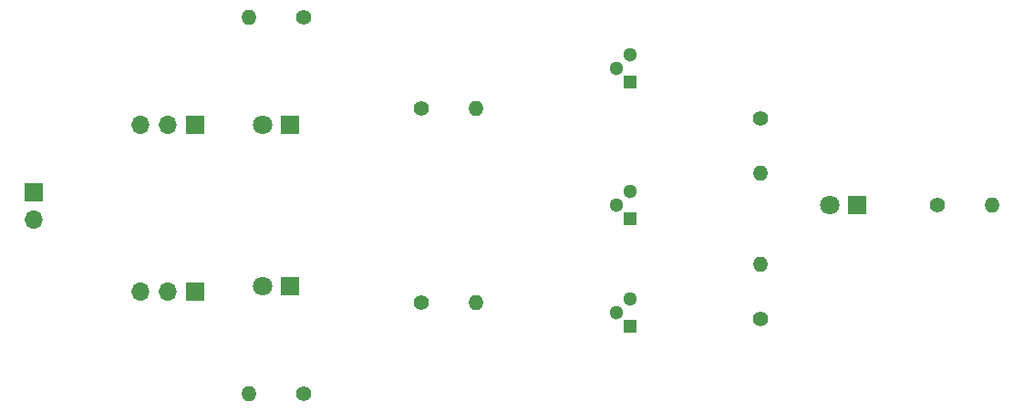
<source format=gbr>
%TF.GenerationSoftware,KiCad,Pcbnew,7.0.7*%
%TF.CreationDate,2023-11-14T16:40:55-05:00*%
%TF.ProjectId,TEJ4M-Unit-1-04,54454a34-4d2d-4556-9e69-742d312d3034,rev?*%
%TF.SameCoordinates,Original*%
%TF.FileFunction,Soldermask,Bot*%
%TF.FilePolarity,Negative*%
%FSLAX46Y46*%
G04 Gerber Fmt 4.6, Leading zero omitted, Abs format (unit mm)*
G04 Created by KiCad (PCBNEW 7.0.7) date 2023-11-14 16:40:55*
%MOMM*%
%LPD*%
G01*
G04 APERTURE LIST*
%ADD10C,1.400000*%
%ADD11O,1.400000X1.400000*%
%ADD12R,1.300000X1.300000*%
%ADD13C,1.300000*%
%ADD14R,1.800000X1.800000*%
%ADD15C,1.800000*%
%ADD16R,1.700000X1.700000*%
%ADD17O,1.700000X1.700000*%
G04 APERTURE END LIST*
D10*
%TO.C,R7*%
X138960000Y-74960000D03*
D11*
X144040000Y-74960000D03*
%TD*%
D10*
%TO.C,R1*%
X80040000Y-92460000D03*
D11*
X74960000Y-92460000D03*
%TD*%
D10*
%TO.C,R5*%
X122500000Y-85500000D03*
D11*
X122500000Y-80420000D03*
%TD*%
D12*
%TO.C,Q2*%
X110360000Y-76230000D03*
D13*
X109090000Y-74960000D03*
X110360000Y-73690000D03*
%TD*%
D14*
%TO.C,D1*%
X78775000Y-82460000D03*
D15*
X76235000Y-82460000D03*
%TD*%
D12*
%TO.C,Q3*%
X110360000Y-63500000D03*
D13*
X109090000Y-62230000D03*
X110360000Y-60960000D03*
%TD*%
D16*
%TO.C,J2*%
X70025000Y-67485000D03*
D17*
X67485000Y-67485000D03*
X64945000Y-67485000D03*
%TD*%
D16*
%TO.C,J1*%
X70025000Y-82985000D03*
D17*
X67485000Y-82985000D03*
X64945000Y-82985000D03*
%TD*%
D10*
%TO.C,R2*%
X80080000Y-57460000D03*
D11*
X75000000Y-57460000D03*
%TD*%
D10*
%TO.C,R6*%
X122500000Y-66920000D03*
D11*
X122500000Y-72000000D03*
%TD*%
D14*
%TO.C,D7*%
X131500000Y-74960000D03*
D15*
X128960000Y-74960000D03*
%TD*%
D10*
%TO.C,R4*%
X91000000Y-65960000D03*
D11*
X96080000Y-65960000D03*
%TD*%
D16*
%TO.C,J3*%
X55000000Y-73710000D03*
D17*
X55000000Y-76250000D03*
%TD*%
D12*
%TO.C,Q1*%
X110360000Y-86230000D03*
D13*
X109090000Y-84960000D03*
X110360000Y-83690000D03*
%TD*%
D10*
%TO.C,R3*%
X90960000Y-83960000D03*
D11*
X96040000Y-83960000D03*
%TD*%
D14*
%TO.C,D2*%
X78775000Y-67460000D03*
D15*
X76235000Y-67460000D03*
%TD*%
M02*

</source>
